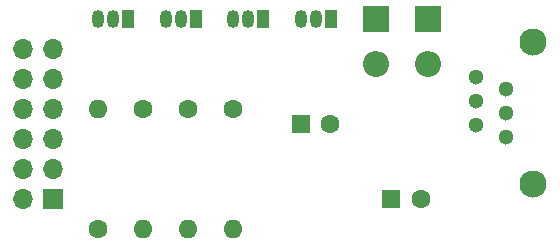
<source format=gbr>
%TF.GenerationSoftware,KiCad,Pcbnew,7.0.10*%
%TF.CreationDate,2024-01-03T13:13:52+01:00*%
%TF.ProjectId,slimme_meter_pmod,736c696d-6d65-45f6-9d65-7465725f706d,rev?*%
%TF.SameCoordinates,Original*%
%TF.FileFunction,Soldermask,Top*%
%TF.FilePolarity,Negative*%
%FSLAX46Y46*%
G04 Gerber Fmt 4.6, Leading zero omitted, Abs format (unit mm)*
G04 Created by KiCad (PCBNEW 7.0.10) date 2024-01-03 13:13:52*
%MOMM*%
%LPD*%
G01*
G04 APERTURE LIST*
%ADD10R,1.600000X1.600000*%
%ADD11C,1.600000*%
%ADD12R,1.050000X1.500000*%
%ADD13O,1.050000X1.500000*%
%ADD14R,1.700000X1.700000*%
%ADD15O,1.700000X1.700000*%
%ADD16O,1.600000X1.600000*%
%ADD17R,2.200000X2.200000*%
%ADD18O,2.200000X2.200000*%
%ADD19C,2.300000*%
%ADD20C,1.300000*%
G04 APERTURE END LIST*
D10*
%TO.C,C2*%
X127675000Y-68580000D03*
D11*
X130175000Y-68580000D03*
%TD*%
D12*
%TO.C,U1*%
X122555000Y-53340000D03*
D13*
X121285000Y-53340000D03*
X120015000Y-53340000D03*
%TD*%
D12*
%TO.C,Q3*%
X116840000Y-53340000D03*
D13*
X115570000Y-53340000D03*
X114300000Y-53340000D03*
%TD*%
D10*
%TO.C,C1*%
X120015000Y-62230000D03*
D11*
X122515000Y-62230000D03*
%TD*%
D12*
%TO.C,Q1*%
X105410000Y-53340000D03*
D13*
X104140000Y-53340000D03*
X102870000Y-53340000D03*
%TD*%
D12*
%TO.C,Q2*%
X111125000Y-53340000D03*
D13*
X109855000Y-53340000D03*
X108585000Y-53340000D03*
%TD*%
D14*
%TO.C,J2*%
X99060000Y-68580000D03*
D15*
X96520000Y-68580000D03*
X99060000Y-66040000D03*
X96520000Y-66040000D03*
X99060000Y-63500000D03*
X96520000Y-63500000D03*
X99060000Y-60960000D03*
X96520000Y-60960000D03*
X99060000Y-58420000D03*
X96520000Y-58420000D03*
X99060000Y-55880000D03*
X96520000Y-55880000D03*
%TD*%
D11*
%TO.C,R2*%
X106680000Y-60960000D03*
D16*
X106680000Y-71120000D03*
%TD*%
D11*
%TO.C,R3*%
X110490000Y-60960000D03*
D16*
X110490000Y-71120000D03*
%TD*%
D17*
%TO.C,D2*%
X130810000Y-53340000D03*
D18*
X130810000Y-57150000D03*
%TD*%
D11*
%TO.C,R4*%
X114300000Y-60960000D03*
D16*
X114300000Y-71120000D03*
%TD*%
D17*
%TO.C,D1*%
X126365000Y-53340000D03*
D18*
X126365000Y-57150000D03*
%TD*%
D11*
%TO.C,R1*%
X102870000Y-71120000D03*
D16*
X102870000Y-60960000D03*
%TD*%
D19*
%TO.C,J1*%
X139700000Y-55310000D03*
X139700000Y-67310000D03*
D20*
X134860000Y-58250000D03*
X137400000Y-59270000D03*
X134860000Y-60290000D03*
X137400000Y-61310000D03*
X134860000Y-62330000D03*
X137400000Y-63350000D03*
%TD*%
M02*

</source>
